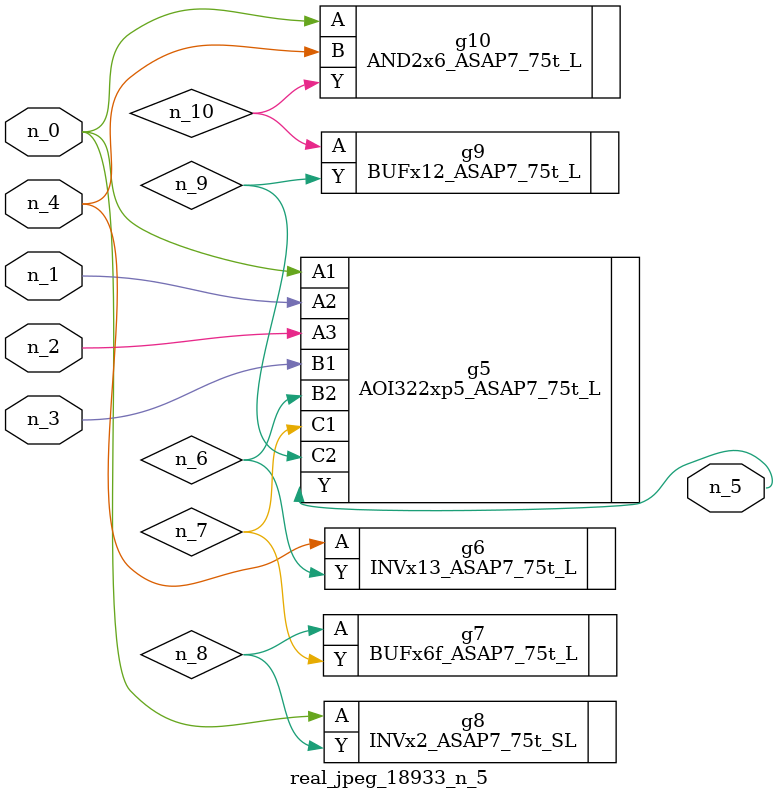
<source format=v>
module real_jpeg_18933_n_5 (n_4, n_0, n_1, n_2, n_3, n_5);

input n_4;
input n_0;
input n_1;
input n_2;
input n_3;

output n_5;

wire n_8;
wire n_6;
wire n_7;
wire n_10;
wire n_9;

AOI322xp5_ASAP7_75t_L g5 ( 
.A1(n_0),
.A2(n_1),
.A3(n_2),
.B1(n_3),
.B2(n_6),
.C1(n_7),
.C2(n_9),
.Y(n_5)
);

INVx2_ASAP7_75t_SL g8 ( 
.A(n_0),
.Y(n_8)
);

AND2x6_ASAP7_75t_L g10 ( 
.A(n_0),
.B(n_4),
.Y(n_10)
);

INVx13_ASAP7_75t_L g6 ( 
.A(n_4),
.Y(n_6)
);

BUFx6f_ASAP7_75t_L g7 ( 
.A(n_8),
.Y(n_7)
);

BUFx12_ASAP7_75t_L g9 ( 
.A(n_10),
.Y(n_9)
);


endmodule
</source>
